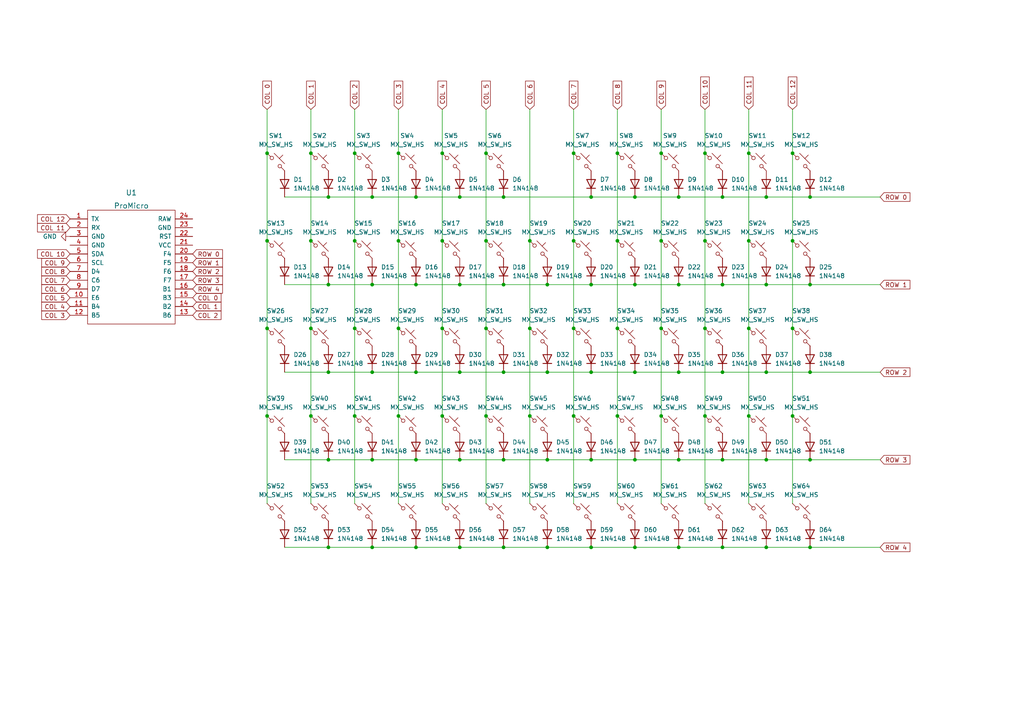
<source format=kicad_sch>
(kicad_sch (version 20211123) (generator eeschema)
  (paper "A4")
  (junction (at 171.45 107.95))
  (junction (at 184.15 82.55))
  (junction (at 115.57 44.45))
  (junction (at 234.95 57.15))
  (junction (at 234.95 158.75))
  (junction (at 95.25 107.95))
  (junction (at 158.75 158.75))
  (junction (at 209.55 82.55))
  (junction (at 102.87 44.45))
  (junction (at 140.97 120.65))
  (junction (at 90.17 95.25))
  (junction (at 184.15 107.95))
  (junction (at 166.37 69.85))
  (junction (at 120.65 133.35))
  (junction (at 128.27 120.65))
  (junction (at 217.17 120.65))
  (junction (at 196.85 133.35))
  (junction (at 179.07 44.45))
  (junction (at 153.67 69.85))
  (junction (at 107.95 57.15))
  (junction (at 120.65 158.75))
  (junction (at 196.85 158.75))
  (junction (at 133.35 133.35))
  (junction (at 184.15 133.35))
  (junction (at 140.97 44.45))
  (junction (at 184.15 158.75))
  (junction (at 120.65 82.55))
  (junction (at 171.45 82.55))
  (junction (at 146.05 158.75))
  (junction (at 191.77 44.45))
  (junction (at 115.57 120.65))
  (junction (at 77.47 95.25))
  (junction (at 146.05 57.15))
  (junction (at 222.25 57.15))
  (junction (at 90.17 44.45))
  (junction (at 95.25 82.55))
  (junction (at 95.25 133.35))
  (junction (at 222.25 107.95))
  (junction (at 158.75 107.95))
  (junction (at 140.97 69.85))
  (junction (at 204.47 69.85))
  (junction (at 115.57 69.85))
  (junction (at 77.47 120.65))
  (junction (at 222.25 158.75))
  (junction (at 128.27 69.85))
  (junction (at 146.05 133.35))
  (junction (at 209.55 133.35))
  (junction (at 158.75 133.35))
  (junction (at 90.17 120.65))
  (junction (at 171.45 133.35))
  (junction (at 179.07 95.25))
  (junction (at 133.35 57.15))
  (junction (at 222.25 133.35))
  (junction (at 153.67 120.65))
  (junction (at 179.07 120.65))
  (junction (at 179.07 69.85))
  (junction (at 153.67 95.25))
  (junction (at 234.95 133.35))
  (junction (at 204.47 44.45))
  (junction (at 146.05 107.95))
  (junction (at 107.95 107.95))
  (junction (at 217.17 95.25))
  (junction (at 107.95 158.75))
  (junction (at 77.47 69.85))
  (junction (at 120.65 107.95))
  (junction (at 128.27 95.25))
  (junction (at 95.25 57.15))
  (junction (at 102.87 69.85))
  (junction (at 191.77 120.65))
  (junction (at 184.15 57.15))
  (junction (at 166.37 120.65))
  (junction (at 191.77 69.85))
  (junction (at 90.17 69.85))
  (junction (at 171.45 158.75))
  (junction (at 229.87 120.65))
  (junction (at 102.87 120.65))
  (junction (at 115.57 95.25))
  (junction (at 102.87 95.25))
  (junction (at 209.55 158.75))
  (junction (at 128.27 44.45))
  (junction (at 229.87 44.45))
  (junction (at 140.97 95.25))
  (junction (at 120.65 57.15))
  (junction (at 209.55 107.95))
  (junction (at 217.17 44.45))
  (junction (at 107.95 133.35))
  (junction (at 158.75 82.55))
  (junction (at 229.87 69.85))
  (junction (at 196.85 107.95))
  (junction (at 107.95 82.55))
  (junction (at 95.25 158.75))
  (junction (at 133.35 158.75))
  (junction (at 196.85 82.55))
  (junction (at 191.77 95.25))
  (junction (at 196.85 57.15))
  (junction (at 229.87 95.25))
  (junction (at 209.55 57.15))
  (junction (at 146.05 82.55))
  (junction (at 133.35 82.55))
  (junction (at 204.47 95.25))
  (junction (at 166.37 95.25))
  (junction (at 166.37 44.45))
  (junction (at 217.17 69.85))
  (junction (at 234.95 82.55))
  (junction (at 133.35 107.95))
  (junction (at 204.47 120.65))
  (junction (at 234.95 107.95))
  (junction (at 222.25 82.55))
  (junction (at 171.45 57.15))
  (junction (at 77.47 44.45))
  (wire (pts (xy 158.75 107.95) (xy 171.45 107.95)))
  (wire (pts (xy 191.77 44.45) (xy 191.77 69.85)))
  (wire (pts (xy 171.45 82.55) (xy 184.15 82.55)))
  (wire (pts (xy 166.37 95.25) (xy 166.37 120.65)))
  (wire (pts (xy 102.87 120.65) (xy 102.87 146.05)))
  (wire (pts (xy 166.37 69.85) (xy 166.37 95.25)))
  (wire (pts (xy 229.87 31.75) (xy 229.87 44.45)))
  (wire (pts (xy 128.27 31.75) (xy 128.27 44.45)))
  (wire (pts (xy 77.47 120.65) (xy 77.47 146.05)))
  (wire (pts (xy 234.95 133.35) (xy 255.27 133.35)))
  (wire (pts (xy 95.25 158.75) (xy 107.95 158.75)))
  (wire (pts (xy 107.95 82.55) (xy 120.65 82.55)))
  (wire (pts (xy 133.35 158.75) (xy 146.05 158.75)))
  (wire (pts (xy 140.97 69.85) (xy 140.97 95.25)))
  (wire (pts (xy 229.87 69.85) (xy 229.87 95.25)))
  (wire (pts (xy 222.25 158.75) (xy 234.95 158.75)))
  (wire (pts (xy 204.47 31.75) (xy 204.47 44.45)))
  (wire (pts (xy 128.27 69.85) (xy 128.27 95.25)))
  (wire (pts (xy 166.37 120.65) (xy 166.37 146.05)))
  (wire (pts (xy 171.45 57.15) (xy 184.15 57.15)))
  (wire (pts (xy 204.47 95.25) (xy 204.47 120.65)))
  (wire (pts (xy 102.87 69.85) (xy 102.87 95.25)))
  (wire (pts (xy 234.95 82.55) (xy 255.27 82.55)))
  (wire (pts (xy 196.85 107.95) (xy 209.55 107.95)))
  (wire (pts (xy 128.27 44.45) (xy 128.27 69.85)))
  (wire (pts (xy 107.95 57.15) (xy 120.65 57.15)))
  (wire (pts (xy 158.75 158.75) (xy 171.45 158.75)))
  (wire (pts (xy 120.65 57.15) (xy 133.35 57.15)))
  (wire (pts (xy 146.05 158.75) (xy 158.75 158.75)))
  (wire (pts (xy 217.17 44.45) (xy 217.17 69.85)))
  (wire (pts (xy 90.17 44.45) (xy 90.17 69.85)))
  (wire (pts (xy 140.97 95.25) (xy 140.97 120.65)))
  (wire (pts (xy 95.25 57.15) (xy 107.95 57.15)))
  (wire (pts (xy 209.55 57.15) (xy 222.25 57.15)))
  (wire (pts (xy 95.25 82.55) (xy 107.95 82.55)))
  (wire (pts (xy 184.15 57.15) (xy 196.85 57.15)))
  (wire (pts (xy 90.17 120.65) (xy 90.17 146.05)))
  (wire (pts (xy 115.57 31.75) (xy 115.57 44.45)))
  (wire (pts (xy 171.45 107.95) (xy 184.15 107.95)))
  (wire (pts (xy 196.85 133.35) (xy 209.55 133.35)))
  (wire (pts (xy 204.47 44.45) (xy 204.47 69.85)))
  (wire (pts (xy 217.17 69.85) (xy 217.17 95.25)))
  (wire (pts (xy 115.57 120.65) (xy 115.57 146.05)))
  (wire (pts (xy 196.85 158.75) (xy 209.55 158.75)))
  (wire (pts (xy 153.67 95.25) (xy 153.67 120.65)))
  (wire (pts (xy 179.07 95.25) (xy 179.07 120.65)))
  (wire (pts (xy 184.15 107.95) (xy 196.85 107.95)))
  (wire (pts (xy 133.35 82.55) (xy 146.05 82.55)))
  (wire (pts (xy 120.65 133.35) (xy 133.35 133.35)))
  (wire (pts (xy 184.15 133.35) (xy 196.85 133.35)))
  (wire (pts (xy 209.55 158.75) (xy 222.25 158.75)))
  (wire (pts (xy 102.87 95.25) (xy 102.87 120.65)))
  (wire (pts (xy 153.67 69.85) (xy 153.67 95.25)))
  (wire (pts (xy 107.95 107.95) (xy 120.65 107.95)))
  (wire (pts (xy 179.07 44.45) (xy 179.07 69.85)))
  (wire (pts (xy 196.85 57.15) (xy 209.55 57.15)))
  (wire (pts (xy 115.57 69.85) (xy 115.57 95.25)))
  (wire (pts (xy 82.55 158.75) (xy 95.25 158.75)))
  (wire (pts (xy 222.25 82.55) (xy 234.95 82.55)))
  (wire (pts (xy 171.45 133.35) (xy 184.15 133.35)))
  (wire (pts (xy 90.17 31.75) (xy 90.17 44.45)))
  (wire (pts (xy 234.95 107.95) (xy 255.27 107.95)))
  (wire (pts (xy 234.95 158.75) (xy 255.27 158.75)))
  (wire (pts (xy 102.87 44.45) (xy 102.87 69.85)))
  (wire (pts (xy 171.45 158.75) (xy 184.15 158.75)))
  (wire (pts (xy 153.67 31.75) (xy 153.67 69.85)))
  (wire (pts (xy 217.17 120.65) (xy 217.17 146.05)))
  (wire (pts (xy 184.15 82.55) (xy 196.85 82.55)))
  (wire (pts (xy 115.57 44.45) (xy 115.57 69.85)))
  (wire (pts (xy 191.77 120.65) (xy 191.77 146.05)))
  (wire (pts (xy 204.47 120.65) (xy 204.47 146.05)))
  (wire (pts (xy 95.25 107.95) (xy 107.95 107.95)))
  (wire (pts (xy 153.67 120.65) (xy 153.67 146.05)))
  (wire (pts (xy 120.65 158.75) (xy 133.35 158.75)))
  (wire (pts (xy 77.47 44.45) (xy 77.47 69.85)))
  (wire (pts (xy 82.55 133.35) (xy 95.25 133.35)))
  (wire (pts (xy 140.97 44.45) (xy 140.97 69.85)))
  (wire (pts (xy 191.77 31.75) (xy 191.77 44.45)))
  (wire (pts (xy 222.25 107.95) (xy 234.95 107.95)))
  (wire (pts (xy 90.17 69.85) (xy 90.17 95.25)))
  (wire (pts (xy 107.95 133.35) (xy 120.65 133.35)))
  (wire (pts (xy 196.85 82.55) (xy 209.55 82.55)))
  (wire (pts (xy 120.65 82.55) (xy 133.35 82.55)))
  (wire (pts (xy 146.05 57.15) (xy 171.45 57.15)))
  (wire (pts (xy 90.17 95.25) (xy 90.17 120.65)))
  (wire (pts (xy 146.05 133.35) (xy 158.75 133.35)))
  (wire (pts (xy 77.47 95.25) (xy 77.47 120.65)))
  (wire (pts (xy 77.47 31.75) (xy 77.47 44.45)))
  (wire (pts (xy 166.37 44.45) (xy 166.37 69.85)))
  (wire (pts (xy 229.87 120.65) (xy 229.87 146.05)))
  (wire (pts (xy 82.55 107.95) (xy 95.25 107.95)))
  (wire (pts (xy 128.27 120.65) (xy 128.27 146.05)))
  (wire (pts (xy 229.87 95.25) (xy 229.87 120.65)))
  (wire (pts (xy 209.55 82.55) (xy 222.25 82.55)))
  (wire (pts (xy 95.25 133.35) (xy 107.95 133.35)))
  (wire (pts (xy 191.77 95.25) (xy 191.77 120.65)))
  (wire (pts (xy 158.75 82.55) (xy 171.45 82.55)))
  (wire (pts (xy 107.95 158.75) (xy 120.65 158.75)))
  (wire (pts (xy 77.47 69.85) (xy 77.47 95.25)))
  (wire (pts (xy 133.35 133.35) (xy 146.05 133.35)))
  (wire (pts (xy 222.25 57.15) (xy 234.95 57.15)))
  (wire (pts (xy 115.57 95.25) (xy 115.57 120.65)))
  (wire (pts (xy 234.95 57.15) (xy 255.27 57.15)))
  (wire (pts (xy 217.17 95.25) (xy 217.17 120.65)))
  (wire (pts (xy 209.55 133.35) (xy 222.25 133.35)))
  (wire (pts (xy 209.55 107.95) (xy 222.25 107.95)))
  (wire (pts (xy 140.97 120.65) (xy 140.97 146.05)))
  (wire (pts (xy 146.05 107.95) (xy 158.75 107.95)))
  (wire (pts (xy 166.37 31.75) (xy 166.37 44.45)))
  (wire (pts (xy 120.65 107.95) (xy 133.35 107.95)))
  (wire (pts (xy 133.35 57.15) (xy 146.05 57.15)))
  (wire (pts (xy 146.05 82.55) (xy 158.75 82.55)))
  (wire (pts (xy 222.25 133.35) (xy 234.95 133.35)))
  (wire (pts (xy 179.07 69.85) (xy 179.07 95.25)))
  (wire (pts (xy 128.27 95.25) (xy 128.27 120.65)))
  (wire (pts (xy 204.47 69.85) (xy 204.47 95.25)))
  (wire (pts (xy 179.07 120.65) (xy 179.07 146.05)))
  (wire (pts (xy 102.87 31.75) (xy 102.87 44.45)))
  (wire (pts (xy 133.35 107.95) (xy 146.05 107.95)))
  (wire (pts (xy 140.97 31.75) (xy 140.97 44.45)))
  (wire (pts (xy 184.15 158.75) (xy 196.85 158.75)))
  (wire (pts (xy 217.17 31.75) (xy 217.17 44.45)))
  (wire (pts (xy 82.55 57.15) (xy 95.25 57.15)))
  (wire (pts (xy 82.55 82.55) (xy 95.25 82.55)))
  (wire (pts (xy 229.87 44.45) (xy 229.87 69.85)))
  (wire (pts (xy 179.07 31.75) (xy 179.07 44.45)))
  (wire (pts (xy 191.77 69.85) (xy 191.77 95.25)))
  (wire (pts (xy 158.75 133.35) (xy 171.45 133.35)))
  (global_label "COL 4" (shape input) (at 20.32 88.9 180) (property "Intersheet References" "${INTERSHEET_REFS}" (effects hide)))
  (global_label "COL 2" (shape input) (at 55.88 91.44 0) (property "Intersheet References" "${INTERSHEET_REFS}" (effects hide)))
  (global_label "COL 10" (shape input) (at 204.47 31.75 90) (property "Intersheet References" "${INTERSHEET_REFS}" (effects hide)))
  (global_label "COL 4" (shape input) (at 128.27 31.75 90) (property "Intersheet References" "${INTERSHEET_REFS}" (effects hide)))
  (global_label "COL 12" (shape input) (at 229.87 31.75 90) (property "Intersheet References" "${INTERSHEET_REFS}" (effects hide)))
  (global_label "COL 3" (shape input) (at 115.57 31.75 90) (property "Intersheet References" "${INTERSHEET_REFS}" (effects hide)))
  (global_label "ROW 3" (shape input) (at 55.88 81.28 0) (property "Intersheet References" "${INTERSHEET_REFS}" (effects hide)))
  (global_label "COL 1" (shape input) (at 90.17 31.75 90) (property "Intersheet References" "${INTERSHEET_REFS}" (effects hide)))
  (global_label "ROW 3" (shape input) (at 255.27 133.35 0) (property "Intersheet References" "${INTERSHEET_REFS}" (effects hide)))
  (global_label "ROW 2" (shape input) (at 255.27 107.95 0) (property "Intersheet References" "${INTERSHEET_REFS}" (effects hide)))
  (global_label "COL 11" (shape input) (at 217.17 31.75 90) (property "Intersheet References" "${INTERSHEET_REFS}" (effects hide)))
  (global_label "COL 6" (shape input) (at 20.32 83.82 180) (property "Intersheet References" "${INTERSHEET_REFS}" (effects hide)))
  (global_label "COL 7" (shape input) (at 20.32 81.28 180) (property "Intersheet References" "${INTERSHEET_REFS}" (effects hide)))
  (global_label "ROW 1" (shape input) (at 55.88 76.2 0) (property "Intersheet References" "${INTERSHEET_REFS}" (effects hide)))
  (global_label "COL 8" (shape input) (at 179.07 31.75 90) (property "Intersheet References" "${INTERSHEET_REFS}" (effects hide)))
  (global_label "COL 0" (shape input) (at 77.47 31.75 90) (property "Intersheet References" "${INTERSHEET_REFS}" (effects hide)))
  (global_label "ROW 4" (shape input) (at 55.88 83.82 0) (property "Intersheet References" "${INTERSHEET_REFS}" (effects hide)))
  (global_label "ROW 2" (shape input) (at 55.88 78.74 0) (property "Intersheet References" "${INTERSHEET_REFS}" (effects hide)))
  (global_label "COL 3" (shape input) (at 20.32 91.44 180) (property "Intersheet References" "${INTERSHEET_REFS}" (effects hide)))
  (global_label "COL 5" (shape input) (at 20.32 86.36 180) (property "Intersheet References" "${INTERSHEET_REFS}" (effects hide)))
  (global_label "COL 8" (shape input) (at 20.32 78.74 180) (property "Intersheet References" "${INTERSHEET_REFS}" (effects hide)))
  (global_label "COL 6" (shape input) (at 153.67 31.75 90) (property "Intersheet References" "${INTERSHEET_REFS}" (effects hide)))
  (global_label "COL 7" (shape input) (at 166.37 31.75 90) (property "Intersheet References" "${INTERSHEET_REFS}" (effects hide)))
  (global_label "COL 5" (shape input) (at 140.97 31.75 90) (property "Intersheet References" "${INTERSHEET_REFS}" (effects hide)))
  (global_label "COL 0" (shape input) (at 55.88 86.36 0) (property "Intersheet References" "${INTERSHEET_REFS}" (effects hide)))
  (global_label "ROW 0" (shape input) (at 255.27 57.15 0) (property "Intersheet References" "${INTERSHEET_REFS}" (effects hide)))
  (global_label "COL 12" (shape input) (at 20.32 63.5 180) (property "Intersheet References" "${INTERSHEET_REFS}" (effects hide)))
  (global_label "ROW 0" (shape input) (at 55.88 73.66 0) (property "Intersheet References" "${INTERSHEET_REFS}" (effects hide)))
  (global_label "COL 1" (shape input) (at 55.88 88.9 0) (property "Intersheet References" "${INTERSHEET_REFS}" (effects hide)))
  (global_label "COL 11" (shape input) (at 20.32 66.04 180) (property "Intersheet References" "${INTERSHEET_REFS}" (effects hide)))
  (global_label "ROW 1" (shape input) (at 255.27 82.55 0) (property "Intersheet References" "${INTERSHEET_REFS}" (effects hide)))
  (global_label "COL 10" (shape input) (at 20.32 73.66 180) (property "Intersheet References" "${INTERSHEET_REFS}" (effects hide)))
  (global_label "COL 2" (shape input) (at 102.87 31.75 90) (property "Intersheet References" "${INTERSHEET_REFS}" (effects hide)))
  (global_label "ROW 4" (shape input) (at 255.27 158.75 0) (property "Intersheet References" "${INTERSHEET_REFS}" (effects hide)))
  (global_label "COL 9" (shape input) (at 20.32 76.2 180) (property "Intersheet References" "${INTERSHEET_REFS}" (effects hide)))
  (global_label "COL 9" (shape input) (at 191.77 31.75 90) (property "Intersheet References" "${INTERSHEET_REFS}" (effects hide)))
  (symbol (lib_id "marbastlib-mx:MX_SW_HS") (at 156.21 72.39 0) (unit 1)
    (property "Reference" "SW19" (at 156.21 64.77 0))
    (property "Value" "MX_SW_HS" (at 156.21 67.31 0))
    (property "Footprint" "MX_Only:MXOnly-1U-Hotswap" (effects hide))
  )
  (symbol (lib_id "Diode:1N4148") (at 158.75 78.74 90) (unit 1)
    (property "Reference" "D19" (at 161.29 77.4699 90) (effects (justify right)))
    (property "Value" "1N4148" (at 161.29 80.0099 90) (effects (justify right)))
    (property "Footprint" "Diode_THT:D_DO-35_SOD27_P7.62mm_Horizontal" (effects hide))
    (property "Datasheet" "https://assets.nexperia.com/documents/data-sheet/1N4148_1N4448.pdf" (effects hide))
  )
  (symbol (lib_id "Diode:1N4148") (at 107.95 129.54 90) (unit 1)
    (property "Reference" "D41" (at 110.49 128.2699 90) (effects (justify right)))
    (property "Value" "1N4148" (at 110.49 130.8099 90) (effects (justify right)))
    (property "Footprint" "Diode_THT:D_DO-35_SOD27_P7.62mm_Horizontal" (effects hide))
    (property "Datasheet" "https://assets.nexperia.com/documents/data-sheet/1N4148_1N4448.pdf" (effects hide))
  )
  (symbol (lib_id "Diode:1N4148") (at 171.45 154.94 90) (unit 1)
    (property "Reference" "D59" (at 173.99 153.6699 90) (effects (justify right)))
    (property "Value" "1N4148" (at 173.99 156.2099 90) (effects (justify right)))
    (property "Footprint" "Diode_THT:D_DO-35_SOD27_P7.62mm_Horizontal" (effects hide))
    (property "Datasheet" "https://assets.nexperia.com/documents/data-sheet/1N4148_1N4448.pdf" (effects hide))
  )
  (symbol (lib_id "marbastlib-mx:MX_SW_HS") (at 232.41 72.39 0) (unit 1)
    (property "Reference" "SW25" (at 232.41 64.77 0))
    (property "Value" "MX_SW_HS" (at 232.41 67.31 0))
    (property "Footprint" "MX_Only:MXOnly-1U-Hotswap" (effects hide))
  )
  (symbol (lib_id "Diode:1N4148") (at 234.95 53.34 90) (unit 1)
    (property "Reference" "D12" (at 237.49 52.0699 90) (effects (justify right)))
    (property "Value" "1N4148" (at 237.49 54.6099 90) (effects (justify right)))
    (property "Footprint" "Diode_THT:D_DO-35_SOD27_P7.62mm_Horizontal" (effects hide))
    (property "Datasheet" "https://assets.nexperia.com/documents/data-sheet/1N4148_1N4448.pdf" (effects hide))
  )
  (symbol (lib_id "marbastlib-mx:MX_SW_HS") (at 143.51 46.99 0) (unit 1)
    (property "Reference" "SW6" (at 143.51 39.37 0))
    (property "Value" "MX_SW_HS" (at 143.51 41.91 0))
    (property "Footprint" "MX_Only:MXOnly-1U-Hotswap" (effects hide))
  )
  (symbol (lib_id "marbastlib-mx:MX_SW_HS") (at 156.21 148.59 0) (unit 1)
    (property "Reference" "SW58" (at 156.21 140.97 0))
    (property "Value" "MX_SW_HS" (at 156.21 143.51 0))
    (property "Footprint" "MX_Only:MXOnly-1U-Hotswap" (effects hide))
  )
  (symbol (lib_id "marbastlib-mx:MX_SW_HS") (at 130.81 72.39 0) (unit 1)
    (property "Reference" "SW17" (at 130.81 64.77 0))
    (property "Value" "MX_SW_HS" (at 130.81 67.31 0))
    (property "Footprint" "MX_Only:MXOnly-1U-Hotswap" (effects hide))
  )
  (symbol (lib_id "marbastlib-mx:MX_SW_HS") (at 181.61 46.99 0) (unit 1)
    (property "Reference" "SW8" (at 181.61 39.37 0))
    (property "Value" "MX_SW_HS" (at 181.61 41.91 0))
    (property "Footprint" "MX_Only:MXOnly-1U-Hotswap" (effects hide))
  )
  (symbol (lib_id "Diode:1N4148") (at 158.75 154.94 90) (unit 1)
    (property "Reference" "D58" (at 161.29 153.6699 90) (effects (justify right)))
    (property "Value" "1N4148" (at 161.29 156.2099 90) (effects (justify right)))
    (property "Footprint" "Diode_THT:D_DO-35_SOD27_P7.62mm_Horizontal" (effects hide))
    (property "Datasheet" "https://assets.nexperia.com/documents/data-sheet/1N4148_1N4448.pdf" (effects hide))
  )
  (symbol (lib_id "marbastlib-mx:MX_SW_HS") (at 194.31 148.59 0) (unit 1)
    (property "Reference" "SW61" (at 194.31 140.97 0))
    (property "Value" "MX_SW_HS" (at 194.31 143.51 0))
    (property "Footprint" "MX_Only:MXOnly-1U-Hotswap" (effects hide))
  )
  (symbol (lib_id "Diode:1N4148") (at 146.05 53.34 90) (unit 1)
    (property "Reference" "D6" (at 148.59 52.0699 90) (effects (justify right)))
    (property "Value" "1N4148" (at 148.59 54.6099 90) (effects (justify right)))
    (property "Footprint" "Diode_THT:D_DO-35_SOD27_P7.62mm_Horizontal" (effects hide))
    (property "Datasheet" "https://assets.nexperia.com/documents/data-sheet/1N4148_1N4448.pdf" (effects hide))
  )
  (symbol (lib_id "marbastlib-mx:MX_SW_HS") (at 232.41 123.19 0) (unit 1)
    (property "Reference" "SW51" (at 232.41 115.57 0))
    (property "Value" "MX_SW_HS" (at 232.41 118.11 0))
    (property "Footprint" "MX_Only:MXOnly-1U-Hotswap" (effects hide))
  )
  (symbol (lib_id "Diode:1N4148") (at 222.25 129.54 90) (unit 1)
    (property "Reference" "D50" (at 224.79 128.2699 90) (effects (justify right)))
    (property "Value" "1N4148" (at 224.79 130.8099 90) (effects (justify right)))
    (property "Footprint" "Diode_THT:D_DO-35_SOD27_P7.62mm_Horizontal" (effects hide))
    (property "Datasheet" "https://assets.nexperia.com/documents/data-sheet/1N4148_1N4448.pdf" (effects hide))
  )
  (symbol (lib_id "Diode:1N4148") (at 82.55 78.74 90) (unit 1)
    (property "Reference" "D13" (at 85.09 77.4699 90) (effects (justify right)))
    (property "Value" "1N4148" (at 85.09 80.0099 90) (effects (justify right)))
    (property "Footprint" "Diode_THT:D_DO-35_SOD27_P7.62mm_Horizontal" (effects hide))
    (property "Datasheet" "https://assets.nexperia.com/documents/data-sheet/1N4148_1N4448.pdf" (effects hide))
  )
  (symbol (lib_id "marbastlib-mx:MX_SW_HS") (at 130.81 46.99 0) (unit 1)
    (property "Reference" "SW5" (at 130.81 39.37 0))
    (property "Value" "MX_SW_HS" (at 130.81 41.91 0))
    (property "Footprint" "MX_Only:MXOnly-1U-Hotswap" (effects hide))
  )
  (symbol (lib_id "Diode:1N4148") (at 209.55 53.34 90) (unit 1)
    (property "Reference" "D10" (at 212.09 52.0699 90) (effects (justify right)))
    (property "Value" "1N4148" (at 212.09 54.6099 90) (effects (justify right)))
    (property "Footprint" "Diode_THT:D_DO-35_SOD27_P7.62mm_Horizontal" (effects hide))
    (property "Datasheet" "https://assets.nexperia.com/documents/data-sheet/1N4148_1N4448.pdf" (effects hide))
  )
  (symbol (lib_id "Diode:1N4148") (at 209.55 129.54 90) (unit 1)
    (property "Reference" "D49" (at 212.09 128.2699 90) (effects (justify right)))
    (property "Value" "1N4148" (at 212.09 130.8099 90) (effects (justify right)))
    (property "Footprint" "Diode_THT:D_DO-35_SOD27_P7.62mm_Horizontal" (effects hide))
    (property "Datasheet" "https://assets.nexperia.com/documents/data-sheet/1N4148_1N4448.pdf" (effects hide))
  )
  (symbol (lib_id "Diode:1N4148") (at 184.15 78.74 90) (unit 1)
    (property "Reference" "D21" (at 186.69 77.4699 90) (effects (justify right)))
    (property "Value" "1N4148" (at 186.69 80.0099 90) (effects (justify right)))
    (property "Footprint" "Diode_THT:D_DO-35_SOD27_P7.62mm_Horizontal" (effects hide))
    (property "Datasheet" "https://assets.nexperia.com/documents/data-sheet/1N4148_1N4448.pdf" (effects hide))
  )
  (symbol (lib_id "Diode:1N4148") (at 222.25 53.34 90) (unit 1)
    (property "Reference" "D11" (at 224.79 52.0699 90) (effects (justify right)))
    (property "Value" "1N4148" (at 224.79 54.6099 90) (effects (justify right)))
    (property "Footprint" "Diode_THT:D_DO-35_SOD27_P7.62mm_Horizontal" (effects hide))
    (property "Datasheet" "https://assets.nexperia.com/documents/data-sheet/1N4148_1N4448.pdf" (effects hide))
  )
  (symbol (lib_id "marbastlib-mx:MX_SW_HS") (at 130.81 148.59 0) (unit 1)
    (property "Reference" "SW56" (at 130.81 140.97 0))
    (property "Value" "MX_SW_HS" (at 130.81 143.51 0))
    (property "Footprint" "MX_Only:MXOnly-1U-Hotswap" (effects hide))
  )
  (symbol (lib_id "Diode:1N4148") (at 222.25 78.74 90) (unit 1)
    (property "Reference" "D24" (at 224.79 77.4699 90) (effects (justify right)))
    (property "Value" "1N4148" (at 224.79 80.0099 90) (effects (justify right)))
    (property "Footprint" "Diode_THT:D_DO-35_SOD27_P7.62mm_Horizontal" (effects hide))
    (property "Datasheet" "https://assets.nexperia.com/documents/data-sheet/1N4148_1N4448.pdf" (effects hide))
  )
  (symbol (lib_id "marbastlib-mx:MX_SW_HS") (at 207.01 148.59 0) (unit 1)
    (property "Reference" "SW62" (at 207.01 140.97 0))
    (property "Value" "MX_SW_HS" (at 207.01 143.51 0))
    (property "Footprint" "MX_Only:MXOnly-1U-Hotswap" (effects hide))
  )
  (symbol (lib_id "marbastlib-mx:MX_SW_HS") (at 118.11 72.39 0) (unit 1)
    (property "Reference" "SW16" (at 118.11 64.77 0))
    (property "Value" "MX_SW_HS" (at 118.11 67.31 0))
    (property "Footprint" "MX_Only:MXOnly-1U-Hotswap" (effects hide))
  )
  (symbol (lib_id "Diode:1N4148") (at 120.65 154.94 90) (unit 1)
    (property "Reference" "D55" (at 123.19 153.6699 90) (effects (justify right)))
    (property "Value" "1N4148" (at 123.19 156.2099 90) (effects (justify right)))
    (property "Footprint" "Diode_THT:D_DO-35_SOD27_P7.62mm_Horizontal" (effects hide))
    (property "Datasheet" "https://assets.nexperia.com/documents/data-sheet/1N4148_1N4448.pdf" (effects hide))
  )
  (symbol (lib_id "Diode:1N4148") (at 158.75 104.14 90) (unit 1)
    (property "Reference" "D32" (at 161.29 102.8699 90) (effects (justify right)))
    (property "Value" "1N4148" (at 161.29 105.4099 90) (effects (justify right)))
    (property "Footprint" "Diode_THT:D_DO-35_SOD27_P7.62mm_Horizontal" (effects hide))
    (property "Datasheet" "https://assets.nexperia.com/documents/data-sheet/1N4148_1N4448.pdf" (effects hide))
  )
  (symbol (lib_id "marbastlib-mx:MX_SW_HS") (at 168.91 72.39 0) (unit 1)
    (property "Reference" "SW20" (at 168.91 64.77 0))
    (property "Value" "MX_SW_HS" (at 168.91 67.31 0))
    (property "Footprint" "MX_Only:MXOnly-1U-Hotswap" (effects hide))
  )
  (symbol (lib_id "marbastlib-mx:MX_SW_HS") (at 80.01 46.99 0) (unit 1)
    (property "Reference" "SW1" (at 80.01 39.37 0))
    (property "Value" "MX_SW_HS" (at 80.01 41.91 0))
    (property "Footprint" "MX_Only:MXOnly-1U-Hotswap" (effects hide))
  )
  (symbol (lib_id "marbastlib-mx:MX_SW_HS") (at 80.01 97.79 0) (unit 1)
    (property "Reference" "SW26" (at 80.01 90.17 0))
    (property "Value" "MX_SW_HS" (at 80.01 92.71 0))
    (property "Footprint" "MX_Only:MXOnly-1U-Hotswap" (effects hide))
  )
  (symbol (lib_id "Diode:1N4148") (at 133.35 104.14 90) (unit 1)
    (property "Reference" "D30" (at 135.89 102.8699 90) (effects (justify right)))
    (property "Value" "1N4148" (at 135.89 105.4099 90) (effects (justify right)))
    (property "Footprint" "Diode_THT:D_DO-35_SOD27_P7.62mm_Horizontal" (effects hide))
    (property "Datasheet" "https://assets.nexperia.com/documents/data-sheet/1N4148_1N4448.pdf" (effects hide))
  )
  (symbol (lib_id "marbastlib-mx:MX_SW_HS") (at 181.61 148.59 0) (unit 1)
    (property "Reference" "SW60" (at 181.61 140.97 0))
    (property "Value" "MX_SW_HS" (at 181.61 143.51 0))
    (property "Footprint" "MX_Only:MXOnly-1U-Hotswap" (effects hide))
  )
  (symbol (lib_id "Diode:1N4148") (at 184.15 129.54 90) (unit 1)
    (property "Reference" "D47" (at 186.69 128.2699 90) (effects (justify right)))
    (property "Value" "1N4148" (at 186.69 130.8099 90) (effects (justify right)))
    (property "Footprint" "Diode_THT:D_DO-35_SOD27_P7.62mm_Horizontal" (effects hide))
    (property "Datasheet" "https://assets.nexperia.com/documents/data-sheet/1N4148_1N4448.pdf" (effects hide))
  )
  (symbol (lib_id "marbastlib-mx:MX_SW_HS") (at 118.11 97.79 0) (unit 1)
    (property "Reference" "SW29" (at 118.11 90.17 0))
    (property "Value" "MX_SW_HS" (at 118.11 92.71 0))
    (property "Footprint" "MX_Only:MXOnly-1U-Hotswap" (effects hide))
  )
  (symbol (lib_id "marbastlib-mx:MX_SW_HS") (at 156.21 97.79 0) (unit 1)
    (property "Reference" "SW32" (at 156.21 90.17 0))
    (property "Value" "MX_SW_HS" (at 156.21 92.71 0))
    (property "Footprint" "MX_Only:MXOnly-1U-Hotswap" (effects hide))
  )
  (symbol (lib_id "marbastlib-mx:MX_SW_HS") (at 194.31 123.19 0) (unit 1)
    (property "Reference" "SW48" (at 194.31 115.57 0))
    (property "Value" "MX_SW_HS" (at 194.31 118.11 0))
    (property "Footprint" "MX_Only:MXOnly-1U-Hotswap" (effects hide))
  )
  (symbol (lib_id "marbastlib-mx:MX_SW_HS") (at 168.91 148.59 0) (unit 1)
    (property "Reference" "SW59" (at 168.91 140.97 0))
    (property "Value" "MX_SW_HS" (at 168.91 143.51 0))
    (property "Footprint" "MX_Only:MXOnly-1U-Hotswap" (effects hide))
  )
  (symbol (lib_id "Diode:1N4148") (at 234.95 129.54 90) (unit 1)
    (property "Reference" "D51" (at 237.49 128.2699 90) (effects (justify right)))
    (property "Value" "1N4148" (at 237.49 130.8099 90) (effects (justify right)))
    (property "Footprint" "Diode_THT:D_DO-35_SOD27_P7.62mm_Horizontal" (effects hide))
    (property "Datasheet" "https://assets.nexperia.com/documents/data-sheet/1N4148_1N4448.pdf" (effects hide))
  )
  (symbol (lib_id "Diode:1N4148") (at 107.95 78.74 90) (unit 1)
    (property "Reference" "D15" (at 110.49 77.4699 90) (effects (justify right)))
    (property "Value" "1N4148" (at 110.49 80.0099 90) (effects (justify right)))
    (property "Footprint" "Diode_THT:D_DO-35_SOD27_P7.62mm_Horizontal" (effects hide))
    (property "Datasheet" "https://assets.nexperia.com/documents/data-sheet/1N4148_1N4448.pdf" (effects hide))
  )
  (symbol (lib_id "marbastlib-mx:MX_SW_HS") (at 143.51 72.39 0) (unit 1)
    (property "Reference" "SW18" (at 143.51 64.77 0))
    (property "Value" "MX_SW_HS" (at 143.51 67.31 0))
    (property "Footprint" "MX_Only:MXOnly-1U-Hotswap" (effects hide))
  )
  (symbol (lib_id "marbastlib-mx:MX_SW_HS") (at 232.41 46.99 0) (unit 1)
    (property "Reference" "SW12" (at 232.41 39.37 0))
    (property "Value" "MX_SW_HS" (at 232.41 41.91 0))
    (property "Footprint" "MX_Only:MXOnly-1U-Hotswap" (effects hide))
  )
  (symbol (lib_id "marbastlib-mx:MX_SW_HS") (at 219.71 148.59 0) (unit 1)
    (property "Reference" "SW63" (at 219.71 140.97 0))
    (property "Value" "MX_SW_HS" (at 219.71 143.51 0))
    (property "Footprint" "MX_Only:MXOnly-1U-Hotswap" (effects hide))
  )
  (symbol (lib_id "Diode:1N4148") (at 107.95 53.34 90) (unit 1)
    (property "Reference" "D3" (at 110.49 52.0699 90) (effects (justify right)))
    (property "Value" "1N4148" (at 110.49 54.6099 90) (effects (justify right)))
    (property "Footprint" "Diode_THT:D_DO-35_SOD27_P7.62mm_Horizontal" (effects hide))
    (property "Datasheet" "https://assets.nexperia.com/documents/data-sheet/1N4148_1N4448.pdf" (effects hide))
  )
  (symbol (lib_id "Diode:1N4148") (at 120.65 129.54 90) (unit 1)
    (property "Reference" "D42" (at 123.19 128.2699 90) (effects (justify right)))
    (property "Value" "1N4148" (at 123.19 130.8099 90) (effects (justify right)))
    (property "Footprint" "Diode_THT:D_DO-35_SOD27_P7.62mm_Horizontal" (effects hide))
    (property "Datasheet" "https://assets.nexperia.com/documents/data-sheet/1N4148_1N4448.pdf" (effects hide))
  )
  (symbol (lib_id "marbastlib-mx:MX_SW_HS") (at 219.71 97.79 0) (unit 1)
    (property "Reference" "SW37" (at 219.71 90.17 0))
    (property "Value" "MX_SW_HS" (at 219.71 92.71 0))
    (property "Footprint" "MX_Only:MXOnly-1U-Hotswap" (effects hide))
  )
  (symbol (lib_id "marbastlib-mx:MX_SW_HS") (at 207.01 72.39 0) (unit 1)
    (property "Reference" "SW23" (at 207.01 64.77 0))
    (property "Value" "MX_SW_HS" (at 207.01 67.31 0))
    (property "Footprint" "MX_Only:MXOnly-1U-Hotswap" (effects hide))
  )
  (symbol (lib_id "marbastlib-mx:MX_SW_HS") (at 105.41 97.79 0) (unit 1)
    (property "Reference" "SW28" (at 105.41 90.17 0))
    (property "Value" "MX_SW_HS" (at 105.41 92.71 0))
    (property "Footprint" "MX_Only:MXOnly-1U-Hotswap" (effects hide))
  )
  (symbol (lib_id "Diode:1N4148") (at 146.05 129.54 90) (unit 1)
    (property "Reference" "D44" (at 148.59 128.2699 90) (effects (justify right)))
    (property "Value" "1N4148" (at 148.59 130.8099 90) (effects (justify right)))
    (property "Footprint" "Diode_THT:D_DO-35_SOD27_P7.62mm_Horizontal" (effects hide))
    (property "Datasheet" "https://assets.nexperia.com/documents/data-sheet/1N4148_1N4448.pdf" (effects hide))
  )
  (symbol (lib_id "Diode:1N4148") (at 158.75 129.54 90) (unit 1)
    (property "Reference" "D45" (at 161.29 128.2699 90) (effects (justify right)))
    (property "Value" "1N4148" (at 161.29 130.8099 90) (effects (justify right)))
    (property "Footprint" "Diode_THT:D_DO-35_SOD27_P7.62mm_Horizontal" (effects hide))
    (property "Datasheet" "https://assets.nexperia.com/documents/data-sheet/1N4148_1N4448.pdf" (effects hide))
  )
  (symbol (lib_id "Diode:1N4148") (at 95.25 154.94 90) (unit 1)
    (property "Reference" "D53" (at 97.79 153.6699 90) (effects (justify right)))
    (property "Value" "1N4148" (at 97.79 156.2099 90) (effects (justify right)))
    (property "Footprint" "Diode_THT:D_DO-35_SOD27_P7.62mm_Horizontal" (effects hide))
    (property "Datasheet" "https://assets.nexperia.com/documents/data-sheet/1N4148_1N4448.pdf" (effects hide))
  )
  (symbol (lib_id "Diode:1N4148") (at 82.55 104.14 90) (unit 1)
    (property "Reference" "D26" (at 85.09 102.8699 90) (effects (justify right)))
    (property "Value" "1N4148" (at 85.09 105.4099 90) (effects (justify right)))
    (property "Footprint" "Diode_THT:D_DO-35_SOD27_P7.62mm_Horizontal" (effects hide))
    (property "Datasheet" "https://assets.nexperia.com/documents/data-sheet/1N4148_1N4448.pdf" (effects hide))
  )
  (symbol (lib_id "promicro:ProMicro") (at 38.1 82.55 0) (unit 1)
    (property "Reference" "U1" (at 38.1 55.88 0) (effects (font (size 1.524 1.524))))
    (property "Value" "ProMicro" (at 38.1 59.69 0) (effects (font (size 1.524 1.524))))
    (property "Footprint" "promicro:ProMicro" (effects hide))
  )
  (symbol (lib_id "Diode:1N4148") (at 184.15 104.14 90) (unit 1)
    (property "Reference" "D34" (at 186.69 102.8699 90) (effects (justify right)))
    (property "Value" "1N4148" (at 186.69 105.4099 90) (effects (justify right)))
    (property "Footprint" "Diode_THT:D_DO-35_SOD27_P7.62mm_Horizontal" (effects hide))
    (property "Datasheet" "https://assets.nexperia.com/documents/data-sheet/1N4148_1N4448.pdf" (effects hide))
  )
  (symbol (lib_id "Diode:1N4148") (at 107.95 104.14 90) (unit 1)
    (property "Reference" "D28" (at 110.49 102.8699 90) (effects (justify right)))
    (property "Value" "1N4148" (at 110.49 105.4099 90) (effects (justify right)))
    (property "Footprint" "Diode_THT:D_DO-35_SOD27_P7.62mm_Horizontal" (effects hide))
    (property "Datasheet" "https://assets.nexperia.com/documents/data-sheet/1N4148_1N4448.pdf" (effects hide))
  )
  (symbol (lib_id "Diode:1N4148") (at 234.95 78.74 90) (unit 1)
    (property "Reference" "D25" (at 237.49 77.4699 90) (effects (justify right)))
    (property "Value" "1N4148" (at 237.49 80.0099 90) (effects (justify right)))
    (property "Footprint" "Diode_THT:D_DO-35_SOD27_P7.62mm_Horizontal" (effects hide))
    (property "Datasheet" "https://assets.nexperia.com/documents/data-sheet/1N4148_1N4448.pdf" (effects hide))
  )
  (symbol (lib_id "marbastlib-mx:MX_SW_HS") (at 232.41 97.79 0) (unit 1)
    (property "Reference" "SW38" (at 232.41 90.17 0))
    (property "Value" "MX_SW_HS" (at 232.41 92.71 0))
    (property "Footprint" "MX_Only:MXOnly-1U-Hotswap" (effects hide))
  )
  (symbol (lib_id "marbastlib-mx:MX_SW_HS") (at 105.41 123.19 0) (unit 1)
    (property "Reference" "SW41" (at 105.41 115.57 0))
    (property "Value" "MX_SW_HS" (at 105.41 118.11 0))
    (property "Footprint" "MX_Only:MXOnly-1U-Hotswap" (effects hide))
  )
  (symbol (lib_id "Diode:1N4148") (at 209.55 78.74 90) (unit 1)
    (property "Reference" "D23" (at 212.09 77.4699 90) (effects (justify right)))
    (property "Value" "1N4148" (at 212.09 80.0099 90) (effects (justify right)))
    (property "Footprint" "Diode_THT:D_DO-35_SOD27_P7.62mm_Horizontal" (effects hide))
    (property "Datasheet" "https://assets.nexperia.com/documents/data-sheet/1N4148_1N4448.pdf" (effects hide))
  )
  (symbol (lib_id "Diode:1N4148") (at 146.05 104.14 90) (unit 1)
    (property "Reference" "D31" (at 148.59 102.8699 90) (effects (justify right)))
    (property "Value" "1N4148" (at 148.59 105.4099 90) (effects (justify right)))
    (property "Footprint" "Diode_THT:D_DO-35_SOD27_P7.62mm_Horizontal" (effects hide))
    (property "Datasheet" "https://assets.nexperia.com/documents/data-sheet/1N4148_1N4448.pdf" (effects hide))
  )
  (symbol (lib_id "Diode:1N4148") (at 171.45 129.54 90) (unit 1)
    (property "Reference" "D46" (at 173.99 128.2699 90) (effects (justify right)))
    (property "Value" "1N4148" (at 173.99 130.8099 90) (effects (justify right)))
    (property "Footprint" "Diode_THT:D_DO-35_SOD27_P7.62mm_Horizontal" (effects hide))
    (property "Datasheet" "https://assets.nexperia.com/documents/data-sheet/1N4148_1N4448.pdf" (effects hide))
  )
  (symbol (lib_id "marbastlib-mx:MX_SW_HS") (at 92.71 46.99 0) (unit 1)
    (property "Reference" "SW2" (at 92.71 39.37 0))
    (property "Value" "MX_SW_HS" (at 92.71 41.91 0))
    (property "Footprint" "MX_Only:MXOnly-1U-Hotswap" (effects hide))
  )
  (symbol (lib_id "marbastlib-mx:MX_SW_HS") (at 118.11 123.19 0) (unit 1)
    (property "Reference" "SW42" (at 118.11 115.57 0))
    (property "Value" "MX_SW_HS" (at 118.11 118.11 0))
    (property "Footprint" "MX_Only:MXOnly-1U-Hotswap" (effects hide))
  )
  (symbol (lib_id "marbastlib-mx:MX_SW_HS") (at 207.01 46.99 0) (unit 1)
    (property "Reference" "SW10" (at 207.01 39.37 0))
    (property "Value" "MX_SW_HS" (at 207.01 41.91 0))
    (property "Footprint" "MX_Only:MXOnly-1U-Hotswap" (effects hide))
  )
  (symbol (lib_id "marbastlib-mx:MX_SW_HS") (at 168.91 123.19 0) (unit 1)
    (property "Reference" "SW46" (at 168.91 115.57 0))
    (property "Value" "MX_SW_HS" (at 168.91 118.11 0))
    (property "Footprint" "MX_Only:MXOnly-1U-Hotswap" (effects hide))
  )
  (symbol (lib_id "marbastlib-mx:MX_SW_HS") (at 194.31 46.99 0) (unit 1)
    (property "Reference" "SW9" (at 194.31 39.37 0))
    (property "Value" "MX_SW_HS" (at 194.31 41.91 0))
    (property "Footprint" "MX_Only:MXOnly-1U-Hotswap" (effects hide))
  )
  (symbol (lib_id "marbastlib-mx:MX_SW_HS") (at 92.71 72.39 0) (unit 1)
    (property "Reference" "SW14" (at 92.71 64.77 0))
    (property "Value" "MX_SW_HS" (at 92.71 67.31 0))
    (property "Footprint" "MX_Only:MXOnly-1U-Hotswap" (effects hide))
  )
  (symbol (lib_id "marbastlib-mx:MX_SW_HS") (at 168.91 46.99 0) (unit 1)
    (property "Reference" "SW7" (at 168.91 39.37 0))
    (property "Value" "MX_SW_HS" (at 168.91 41.91 0))
    (property "Footprint" "MX_Only:MXOnly-1U-Hotswap" (effects hide))
  )
  (symbol (lib_id "Diode:1N4148") (at 107.95 154.94 90) (unit 1)
    (property "Reference" "D54" (at 110.49 153.6699 90) (effects (justify right)))
    (property "Value" "1N4148" (at 110.49 156.2099 90) (effects (justify right)))
    (property "Footprint" "Diode_THT:D_DO-35_SOD27_P7.62mm_Horizontal" (effects hide))
    (property "Datasheet" "https://assets.nexperia.com/documents/data-sheet/1N4148_1N4448.pdf" (effects hide))
  )
  (symbol (lib_id "marbastlib-mx:MX_SW_HS") (at 207.01 123.19 0) (unit 1)
    (property "Reference" "SW49" (at 207.01 115.57 0))
    (property "Value" "MX_SW_HS" (at 207.01 118.11 0))
    (property "Footprint" "MX_Only:MXOnly-1U-Hotswap" (effects hide))
  )
  (symbol (lib_id "Diode:1N4148") (at 222.25 104.14 90) (unit 1)
    (property "Reference" "D37" (at 224.79 102.8699 90) (effects (justify right)))
    (property "Value" "1N4148" (at 224.79 105.4099 90) (effects (justify right)))
    (property "Footprint" "Diode_THT:D_DO-35_SOD27_P7.62mm_Horizontal" (effects hide))
    (property "Datasheet" "https://assets.nexperia.com/documents/data-sheet/1N4148_1N4448.pdf" (effects hide))
  )
  (symbol (lib_id "marbastlib-mx:MX_SW_HS") (at 232.41 148.59 0) (unit 1)
    (property "Reference" "SW64" (at 232.41 140.97 0))
    (property "Value" "MX_SW_HS" (at 232.41 143.51 0))
    (property "Footprint" "MX_Only:MXOnly-1U-Hotswap" (effects hide))
  )
  (symbol (lib_id "Diode:1N4148") (at 146.05 154.94 90) (unit 1)
    (property "Reference" "D57" (at 148.59 153.6699 90) (effects (justify right)))
    (property "Value" "1N4148" (at 148.59 156.2099 90) (effects (justify right)))
    (property "Footprint" "Diode_THT:D_DO-35_SOD27_P7.62mm_Horizontal" (effects hide))
    (property "Datasheet" "https://assets.nexperia.com/documents/data-sheet/1N4148_1N4448.pdf" (effects hide))
  )
  (symbol (lib_id "Diode:1N4148") (at 184.15 154.94 90) (unit 1)
    (property "Reference" "D60" (at 186.69 153.6699 90) (effects (justify right)))
    (property "Value" "1N4148" (at 186.69 156.2099 90) (effects (justify right)))
    (property "Footprint" "Diode_THT:D_DO-35_SOD27_P7.62mm_Horizontal" (effects hide))
    (property "Datasheet" "https://assets.nexperia.com/documents/data-sheet/1N4148_1N4448.pdf" (effects hide))
  )
  (symbol (lib_id "Diode:1N4148") (at 95.25 129.54 90) (unit 1)
    (property "Reference" "D40" (at 97.79 128.2699 90) (effects (justify right)))
    (property "Value" "1N4148" (at 97.79 130.8099 90) (effects (justify right)))
    (property "Footprint" "Diode_THT:D_DO-35_SOD27_P7.62mm_Horizontal" (effects hide))
    (property "Datasheet" "https://assets.nexperia.com/documents/data-sheet/1N4148_1N4448.pdf" (effects hide))
  )
  (symbol (lib_id "marbastlib-mx:MX_SW_HS") (at 92.71 123.19 0) (unit 1)
    (property "Reference" "SW40" (at 92.71 115.57 0))
    (property "Value" "MX_SW_HS" (at 92.71 118.11 0))
    (property "Footprint" "MX_Only:MXOnly-1U-Hotswap" (effects hide))
  )
  (symbol (lib_id "Diode:1N4148") (at 209.55 104.14 90) (unit 1)
    (property "Reference" "D36" (at 212.09 102.8699 90) (effects (justify right)))
    (property "Value" "1N4148" (at 212.09 105.4099 90) (effects (justify right)))
    (property "Footprint" "Diode_THT:D_DO-35_SOD27_P7.62mm_Horizontal" (effects hide))
    (property "Datasheet" "https://assets.nexperia.com/documents/data-sheet/1N4148_1N4448.pdf" (effects hide))
  )
  (symbol (lib_id "marbastlib-mx:MX_SW_HS") (at 219.71 123.19 0) (unit 1)
    (property "Reference" "SW50" (at 219.71 115.57 0))
    (property "Value" "MX_SW_HS" (at 219.71 118.11 0))
    (property "Footprint" "MX_Only:MXOnly-1U-Hotswap" (effects hide))
  )
  (symbol (lib_id "Diode:1N4148") (at 82.55 53.34 90) (unit 1)
    (property "Reference" "D1" (at 85.09 52.0699 90) (effects (justify right)))
    (property "Value" "1N4148" (at 85.09 54.6099 90) (effects (justify right)))
    (property "Footprint" "Diode_THT:D_DO-35_SOD27_P7.62mm_Horizontal" (effects hide))
    (property "Datasheet" "https://assets.nexperia.com/documents/data-sheet/1N4148_1N4448.pdf" (effects hide))
  )
  (symbol (lib_id "marbastlib-mx:MX_SW_HS") (at 105.41 72.39 0) (unit 1)
    (property "Reference" "SW15" (at 105.41 64.77 0))
    (property "Value" "MX_SW_HS" (at 105.41 67.31 0))
    (property "Footprint" "MX_Only:MXOnly-1U-Hotswap" (effects hide))
  )
  (symbol (lib_id "marbastlib-mx:MX_SW_HS") (at 92.71 148.59 0) (unit 1)
    (property "Reference" "SW53" (at 92.71 140.97 0))
    (property "Value" "MX_SW_HS" (at 92.71 143.51 0))
    (property "Footprint" "MX_Only:MXOnly-1U-Hotswap" (effects hide))
  )
  (symbol (lib_id "Diode:1N4148") (at 120.65 53.34 90) (unit 1)
    (property "Reference" "D4" (at 123.19 52.0699 90) (effects (justify right)))
    (property "Value" "1N4148" (at 123.19 54.6099 90) (effects (justify right)))
    (property "Footprint" "Diode_THT:D_DO-35_SOD27_P7.62mm_Horizontal" (effects hide))
    (property "Datasheet" "https://assets.nexperia.com/documents/data-sheet/1N4148_1N4448.pdf" (effects hide))
  )
  (symbol (lib_id "marbastlib-mx:MX_SW_HS") (at 143.51 97.79 0) (unit 1)
    (property "Reference" "SW31" (at 143.51 90.17 0))
    (property "Value" "MX_SW_HS" (at 143.51 92.71 0))
    (property "Footprint" "MX_Only:MXOnly-1U-Hotswap" (effects hide))
  )
  (symbol (lib_id "marbastlib-mx:MX_SW_HS") (at 118.11 46.99 0) (unit 1)
    (property "Reference" "SW4" (at 118.11 39.37 0))
    (property "Value" "MX_SW_HS" (at 118.11 41.91 0))
    (property "Footprint" "MX_Only:MXOnly-1U-Hotswap" (effects hide))
  )
  (symbol (lib_id "marbastlib-mx:MX_SW_HS") (at 194.31 72.39 0) (unit 1)
    (property "Reference" "SW22" (at 194.31 64.77 0))
    (property "Value" "MX_SW_HS" (at 194.31 67.31 0))
    (property "Footprint" "MX_Only:MXOnly-1U-Hotswap" (effects hide))
  )
  (symbol (lib_id "marbastlib-mx:MX_SW_HS") (at 105.41 148.59 0) (unit 1)
    (property "Reference" "SW54" (at 105.41 140.97 0))
    (property "Value" "MX_SW_HS" (at 105.41 143.51 0))
    (property "Footprint" "MX_Only:MXOnly-1U-Hotswap" (effects hide))
  )
  (symbol (lib_id "Diode:1N4148") (at 120.65 104.14 90) (unit 1)
    (property "Reference" "D29" (at 123.19 102.8699 90) (effects (justify right)))
    (property "Value" "1N4148" (at 123.19 105.4099 90) (effects (justify right)))
    (property "Footprint" "Diode_THT:D_DO-35_SOD27_P7.62mm_Horizontal" (effects hide))
    (property "Datasheet" "https://assets.nexperia.com/documents/data-sheet/1N4148_1N4448.pdf" (effects hide))
  )
  (symbol (lib_id "Diode:1N4148") (at 120.65 78.74 90) (unit 1)
    (property "Reference" "D16" (at 123.19 77.4699 90) (effects (justify right)))
    (property "Value" "1N4148" (at 123.19 80.0099 90) (effects (justify right)))
    (property "Footprint" "Diode_THT:D_DO-35_SOD27_P7.62mm_Horizontal" (effects hide))
    (property "Datasheet" "https://assets.nexperia.com/documents/data-sheet/1N4148_1N4448.pdf" (effects hide))
  )
  (symbol (lib_id "marbastlib-mx:MX_SW_HS") (at 143.51 123.19 0) (unit 1)
    (property "Reference" "SW44" (at 143.51 115.57 0))
    (property "Value" "MX_SW_HS" (at 143.51 118.11 0))
    (property "Footprint" "MX_Only:MXOnly-1U-Hotswap" (effects hide))
  )
  (symbol (lib_id "Diode:1N4148") (at 196.85 154.94 90) (unit 1)
    (property "Reference" "D61" (at 199.39 153.6699 90) (effects (justify right)))
    (property "Value" "1N4148" (at 199.39 156.2099 90) (effects (justify right)))
    (property "Footprint" "Diode_THT:D_DO-35_SOD27_P7.62mm_Horizontal" (effects hide))
    (property "Datasheet" "https://assets.nexperia.com/documents/data-sheet/1N4148_1N4448.pdf" (effects hide))
  )
  (symbol (lib_id "power:GND") (at 20.32 68.58 270) (unit 1)
    (property "Reference" "#PWR?" (effects hide))
    (property "Value" "GND" (at 16.51 68.5799 90) (effects (justify right)))
  )
  (symbol (lib_id "Diode:1N4148") (at 196.85 129.54 90) (unit 1)
    (property "Reference" "D48" (at 199.39 128.2699 90) (effects (justify right)))
    (property "Value" "1N4148" (at 199.39 130.8099 90) (effects (justify right)))
    (property "Footprint" "Diode_THT:D_DO-35_SOD27_P7.62mm_Horizontal" (effects hide))
    (property "Datasheet" "https://assets.nexperia.com/documents/data-sheet/1N4148_1N4448.pdf" (effects hide))
  )
  (symbol (lib_id "Diode:1N4148") (at 196.85 78.74 90) (unit 1)
    (property "Reference" "D22" (at 199.39 77.4699 90) (effects (justify right)))
    (property "Value" "1N4148" (at 199.39 80.0099 90) (effects (justify right)))
    (property "Footprint" "Diode_THT:D_DO-35_SOD27_P7.62mm_Horizontal" (effects hide))
    (property "Datasheet" "https://assets.nexperia.com/documents/data-sheet/1N4148_1N4448.pdf" (effects hide))
  )
  (symbol (lib_id "Diode:1N4148") (at 133.35 53.34 90) (unit 1)
    (property "Reference" "D5" (at 135.89 52.0699 90) (effects (justify right)))
    (property "Value" "1N4148" (at 135.89 54.6099 90) (effects (justify right)))
    (property "Footprint" "Diode_THT:D_DO-35_SOD27_P7.62mm_Horizontal" (effects hide))
    (property "Datasheet" "https://assets.nexperia.com/documents/data-sheet/1N4148_1N4448.pdf" (effects hide))
  )
  (symbol (lib_id "marbastlib-mx:MX_SW_HS") (at 181.61 72.39 0) (unit 1)
    (property "Reference" "SW21" (at 181.61 64.77 0))
    (property "Value" "MX_SW_HS" (at 181.61 67.31 0))
    (property "Footprint" "MX_Only:MXOnly-1U-Hotswap" (effects hide))
  )
  (symbol (lib_id "marbastlib-mx:MX_SW_HS") (at 194.31 97.79 0) (unit 1)
    (property "Reference" "SW35" (at 194.31 90.17 0))
    (property "Value" "MX_SW_HS" (at 194.31 92.71 0))
    (property "Footprint" "MX_Only:MXOnly-1U-Hotswap" (effects hide))
  )
  (symbol (lib_id "Diode:1N4148") (at 234.95 154.94 90) (unit 1)
    (property "Reference" "D64" (at 237.49 153.6699 90) (effects (justify right)))
    (property "Value" "1N4148" (at 237.49 156.2099 90) (effects (justify right)))
    (property "Footprint" "Diode_THT:D_DO-35_SOD27_P7.62mm_Horizontal" (effects hide))
    (property "Datasheet" "https://assets.nexperia.com/documents/data-sheet/1N4148_1N4448.pdf" (effects hide))
  )
  (symbol (lib_id "marbastlib-mx:MX_SW_HS") (at 80.01 123.19 0) (unit 1)
    (property "Reference" "SW39" (at 80.01 115.57 0))
    (property "Value" "MX_SW_HS" (at 80.01 118.11 0))
    (property "Footprint" "MX_Only:MXOnly-1U-Hotswap" (effects hide))
  )
  (symbol (lib_id "Diode:1N4148") (at 95.25 53.34 90) (unit 1)
    (property "Reference" "D2" (at 97.79 52.0699 90) (effects (justify right)))
    (property "Value" "1N4148" (at 97.79 54.6099 90) (effects (justify right)))
    (property "Footprint" "Diode_THT:D_DO-35_SOD27_P7.62mm_Horizontal" (effects hide))
    (property "Datasheet" "https://assets.nexperia.com/documents/data-sheet/1N4148_1N4448.pdf" (effects hide))
  )
  (symbol (lib_id "Diode:1N4148") (at 82.55 129.54 90) (unit 1)
    (property "Reference" "D39" (at 85.09 128.2699 90) (effects (justify right)))
    (property "Value" "1N4148" (at 85.09 130.8099 90) (effects (justify right)))
    (property "Footprint" "Diode_THT:D_DO-35_SOD27_P7.62mm_Horizontal" (effects hide))
    (property "Datasheet" "https://assets.nexperia.com/documents/data-sheet/1N4148_1N4448.pdf" (effects hide))
  )
  (symbol (lib_id "Diode:1N4148") (at 209.55 154.94 90) (unit 1)
    (property "Reference" "D62" (at 212.09 153.6699 90) (effects (justify right)))
    (property "Value" "1N4148" (at 212.09 156.2099 90) (effects (justify right)))
    (property "Footprint" "Diode_THT:D_DO-35_SOD27_P7.62mm_Horizontal" (effects hide))
    (property "Datasheet" "https://assets.nexperia.com/documents/data-sheet/1N4148_1N4448.pdf" (effects hide))
  )
  (symbol (lib_id "marbastlib-mx:MX_SW_HS") (at 156.21 123.19 0) (unit 1)
    (property "Reference" "SW45" (at 156.21 115.57 0))
    (property "Value" "MX_SW_HS" (at 156.21 118.11 0))
    (property "Footprint" "MX_Only:MXOnly-1U-Hotswap" (effects hide))
  )
  (symbol (lib_id "Diode:1N4148") (at 133.35 129.54 90) (unit 1)
    (property "Reference" "D43" (at 135.89 128.2699 90) (effects (justify right)))
    (property "Value" "1N4148" (at 135.89 130.8099 90) (effects (justify right)))
    (property "Footprint" "Diode_THT:D_DO-35_SOD27_P7.62mm_Horizontal" (effects hide))
    (property "Datasheet" "https://assets.nexperia.com/documents/data-sheet/1N4148_1N4448.pdf" (effects hide))
  )
  (symbol (lib_id "marbastlib-mx:MX_SW_HS") (at 130.81 123.19 0) (unit 1)
    (property "Reference" "SW43" (at 130.81 115.57 0))
    (property "Value" "MX_SW_HS" (at 130.81 118.11 0))
    (property "Footprint" "MX_Only:MXOnly-1U-Hotswap" (effects hide))
  )
  (symbol (lib_id "Diode:1N4148") (at 184.15 53.34 90) (unit 1)
    (property "Reference" "D8" (at 186.69 52.0699 90) (effects (justify right)))
    (property "Value" "1N4148" (at 186.69 54.6099 90) (effects (justify right)))
    (property "Footprint" "Diode_THT:D_DO-35_SOD27_P7.62mm_Horizontal" (effects hide))
    (property "Datasheet" "https://assets.nexperia.com/documents/data-sheet/1N4148_1N4448.pdf" (effects hide))
  )
  (symbol (lib_id "Diode:1N4148") (at 196.85 53.34 90) (unit 1)
    (property "Reference" "D9" (at 199.39 52.0699 90) (effects (justify right)))
    (property "Value" "1N4148" (at 199.39 54.6099 90) (effects (justify right)))
    (property "Footprint" "Diode_THT:D_DO-35_SOD27_P7.62mm_Horizontal" (effects hide))
    (property "Datasheet" "https://assets.nexperia.com/documents/data-sheet/1N4148_1N4448.pdf" (effects hide))
  )
  (symbol (lib_id "marbastlib-mx:MX_SW_HS") (at 168.91 97.79 0) (unit 1)
    (property "Reference" "SW33" (at 168.91 90.17 0))
    (property "Value" "MX_SW_HS" (at 168.91 92.71 0))
    (property "Footprint" "MX_Only:MXOnly-1U-Hotswap" (effects hide))
  )
  (symbol (lib_id "marbastlib-mx:MX_SW_HS") (at 105.41 46.99 0) (unit 1)
    (property "Reference" "SW3" (at 105.41 39.37 0))
    (property "Value" "MX_SW_HS" (at 105.41 41.91 0))
    (property "Footprint" "MX_Only:MXOnly-1U-Hotswap" (effects hide))
  )
  (symbol (lib_id "Diode:1N4148") (at 196.85 104.14 90) (unit 1)
    (property "Reference" "D35" (at 199.39 102.8699 90) (effects (justify right)))
    (property "Value" "1N4148" (at 199.39 105.4099 90) (effects (justify right)))
    (property "Footprint" "Diode_THT:D_DO-35_SOD27_P7.62mm_Horizontal" (effects hide))
    (property "Datasheet" "https://assets.nexperia.com/documents/data-sheet/1N4148_1N4448.pdf" (effects hide))
  )
  (symbol (lib_id "marbastlib-mx:MX_SW_HS") (at 219.71 72.39 0) (unit 1)
    (property "Reference" "SW24" (at 219.71 64.77 0))
    (property "Value" "MX_SW_HS" (at 219.71 67.31 0))
    (property "Footprint" "MX_Only:MXOnly-1U-Hotswap" (effects hide))
  )
  (symbol (lib_id "marbastlib-mx:MX_SW_HS") (at 207.01 97.79 0) (unit 1)
    (property "Reference" "SW36" (at 207.01 90.17 0))
    (property "Value" "MX_SW_HS" (at 207.01 92.71 0))
    (property "Footprint" "MX_Only:MXOnly-1U-Hotswap" (effects hide))
  )
  (symbol (lib_id "marbastlib-mx:MX_SW_HS") (at 80.01 72.39 0) (unit 1)
    (property "Reference" "SW13" (at 80.01 64.77 0))
    (property "Value" "MX_SW_HS" (at 80.01 67.31 0))
    (property "Footprint" "MX_Only:MXOnly-1U-Hotswap" (effects hide))
  )
  (symbol (lib_id "Diode:1N4148") (at 222.25 154.94 90) (unit 1)
    (property "Reference" "D63" (at 224.79 153.6699 90) (effects (justify right)))
    (property "Value" "1N4148" (at 224.79 156.2099 90) (effects (justify right)))
    (property "Footprint" "Diode_THT:D_DO-35_SOD27_P7.62mm_Horizontal" (effects hide))
    (property "Datasheet" "https://assets.nexperia.com/documents/data-sheet/1N4148_1N4448.pdf" (effects hide))
  )
  (symbol (lib_id "Diode:1N4148") (at 171.45 104.14 90) (unit 1)
    (property "Reference" "D33" (at 173.99 102.8699 90) (effects (justify right)))
    (property "Value" "1N4148" (at 173.99 105.4099 90) (effects (justify right)))
    (property "Footprint" "Diode_THT:D_DO-35_SOD27_P7.62mm_Horizontal" (effects hide))
    (property "Datasheet" "https://assets.nexperia.com/documents/data-sheet/1N4148_1N4448.pdf" (effects hide))
  )
  (symbol (lib_id "Diode:1N4148") (at 146.05 78.74 90) (unit 1)
    (property "Reference" "D18" (at 148.59 77.4699 90) (effects (justify right)))
    (property "Value" "1N4148" (at 148.59 80.0099 90) (effects (justify right)))
    (property "Footprint" "Diode_THT:D_DO-35_SOD27_P7.62mm_Horizontal" (effects hide))
    (property "Datasheet" "https://assets.nexperia.com/documents/data-sheet/1N4148_1N4448.pdf" (effects hide))
  )
  (symbol (lib_id "marbastlib-mx:MX_SW_HS") (at 181.61 97.79 0) (unit 1)
    (property "Reference" "SW34" (at 181.61 90.17 0))
    (property "Value" "MX_SW_HS" (at 181.61 92.71 0))
    (property "Footprint" "MX_Only:MXOnly-1U-Hotswap" (effects hide))
  )
  (symbol (lib_id "Diode:1N4148") (at 133.35 78.74 90) (unit 1)
    (property "Reference" "D17" (at 135.89 77.4699 90) (effects (justify right)))
    (property "Value" "1N4148" (at 135.89 80.0099 90) (effects (justify right)))
    (property "Footprint" "Diode_THT:D_DO-35_SOD27_P7.62mm_Horizontal" (effects hide))
    (property "Datasheet" "https://assets.nexperia.com/documents/data-sheet/1N4148_1N4448.pdf" (effects hide))
  )
  (symbol (lib_id "Diode:1N4148") (at 82.55 154.94 90) (unit 1)
    (property "Reference" "D52" (at 85.09 153.6699 90) (effects (justify right)))
    (property "Value" "1N4148" (at 85.09 156.2099 90) (effects (justify right)))
    (property "Footprint" "Diode_THT:D_DO-35_SOD27_P7.62mm_Horizontal" (effects hide))
    (property "Datasheet" "https://assets.nexperia.com/documents/data-sheet/1N4148_1N4448.pdf" (effects hide))
  )
  (symbol (lib_id "Diode:1N4148") (at 133.35 154.94 90) (unit 1)
    (property "Reference" "D56" (at 135.89 153.6699 90) (effects (justify right)))
    (property "Value" "1N4148" (at 135.89 156.2099 90) (effects (justify right)))
    (property "Footprint" "Diode_THT:D_DO-35_SOD27_P7.62mm_Horizontal" (effects hide))
    (property "Datasheet" "https://assets.nexperia.com/documents/data-sheet/1N4148_1N4448.pdf" (effects hide))
  )
  (symbol (lib_id "Diode:1N4148") (at 171.45 78.74 90) (unit 1)
    (property "Reference" "D20" (at 173.99 77.4699 90) (effects (justify right)))
    (property "Value" "1N4148" (at 173.99 80.0099 90) (effects (justify right)))
    (property "Footprint" "Diode_THT:D_DO-35_SOD27_P7.62mm_Horizontal" (effects hide))
    (property "Datasheet" "https://assets.nexperia.com/documents/data-sheet/1N4148_1N4448.pdf" (effects hide))
  )
  (symbol (lib_id "marbastlib-mx:MX_SW_HS") (at 130.81 97.79 0) (unit 1)
    (property "Reference" "SW30" (at 130.81 90.17 0))
    (property "Value" "MX_SW_HS" (at 130.81 92.71 0))
    (property "Footprint" "MX_Only:MXOnly-1U-Hotswap" (effects hide))
  )
  (symbol (lib_id "marbastlib-mx:MX_SW_HS") (at 118.11 148.59 0) (unit 1)
    (property "Reference" "SW55" (at 118.11 140.97 0))
    (property "Value" "MX_SW_HS" (at 118.11 143.51 0))
    (property "Footprint" "MX_Only:MXOnly-1U-Hotswap" (effects hide))
  )
  (symbol (lib_id "Diode:1N4148") (at 171.45 53.34 90) (unit 1)
    (property "Reference" "D7" (at 173.99 52.0699 90) (effects (justify right)))
    (property "Value" "1N4148" (at 173.99 54.6099 90) (effects (justify right)))
    (property "Footprint" "Diode_THT:D_DO-35_SOD27_P7.62mm_Horizontal" (effects hide))
    (property "Datasheet" "https://assets.nexperia.com/documents/data-sheet/1N4148_1N4448.pdf" (effects hide))
  )
  (symbol (lib_id "Diode:1N4148") (at 234.95 104.14 90) (unit 1)
    (property "Reference" "D38" (at 237.49 102.8699 90) (effects (justify right)))
    (property "Value" "1N4148" (at 237.49 105.4099 90) (effects (justify right)))
    (property "Footprint" "Diode_THT:D_DO-35_SOD27_P7.62mm_Horizontal" (effects hide))
    (property "Datasheet" "https://assets.nexperia.com/documents/data-sheet/1N4148_1N4448.pdf" (effects hide))
  )
  (symbol (lib_id "marbastlib-mx:MX_SW_HS") (at 219.71 46.99 0) (unit 1)
    (property "Reference" "SW11" (at 219.71 39.37 0))
    (property "Value" "MX_SW_HS" (at 219.71 41.91 0))
    (property "Footprint" "MX_Only:MXOnly-1U-Hotswap" (effects hide))
  )
  (symbol (lib_id "Diode:1N4148") (at 95.25 78.74 90) (unit 1)
    (property "Reference" "D14" (at 97.79 77.4699 90) (effects (justify right)))
    (property "Value" "1N4148" (at 97.79 80.0099 90) (effects (justify right)))
    (property "Footprint" "Diode_THT:D_DO-35_SOD27_P7.62mm_Horizontal" (effects hide))
    (property "Datasheet" "https://assets.nexperia.com/documents/data-sheet/1N4148_1N4448.pdf" (effects hide))
  )
  (symbol (lib_id "marbastlib-mx:MX_SW_HS") (at 80.01 148.59 0) (unit 1)
    (property "Reference" "SW52" (at 80.01 140.97 0))
    (property "Value" "MX_SW_HS" (at 80.01 143.51 0))
    (property "Footprint" "MX_Only:MXOnly-1U-Hotswap" (effects hide))
  )
  (symbol (lib_id "marbastlib-mx:MX_SW_HS") (at 143.51 148.59 0) (unit 1)
    (property "Reference" "SW57" (at 143.51 140.97 0))
    (property "Value" "MX_SW_HS" (at 143.51 143.51 0))
    (property "Footprint" "MX_Only:MXOnly-1U-Hotswap" (effects hide))
  )
  (symbol (lib_id "marbastlib-mx:MX_SW_HS") (at 181.61 123.19 0) (unit 1)
    (property "Reference" "SW47" (at 181.61 115.57 0))
    (property "Value" "MX_SW_HS" (at 181.61 118.11 0))
    (property "Footprint" "MX_Only:MXOnly-1U-Hotswap" (effects hide))
  )
  (symbol (lib_id "Diode:1N4148") (at 95.25 104.14 90) (unit 1)
    (property "Reference" "D27" (at 97.79 102.8699 90) (effects (justify right)))
    (property "Value" "1N4148" (at 97.79 105.4099 90) (effects (justify right)))
    (property "Footprint" "Diode_THT:D_DO-35_SOD27_P7.62mm_Horizontal" (effects hide))
    (property "Datasheet" "https://assets.nexperia.com/documents/data-sheet/1N4148_1N4448.pdf" (effects hide))
  )
  (symbol (lib_id "marbastlib-mx:MX_SW_HS") (at 92.71 97.79 0) (unit 1)
    (property "Reference" "SW27" (at 92.71 90.17 0))
    (property "Value" "MX_SW_HS" (at 92.71 92.71 0))
    (property "Footprint" "MX_Only:MXOnly-1U-Hotswap" (effects hide))
  )
)
</source>
